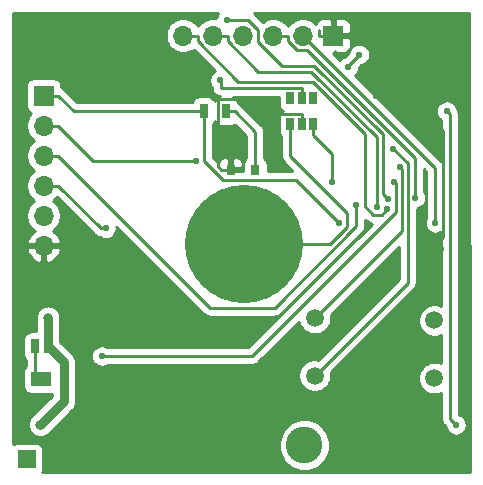
<source format=gbl>
G04 #@! TF.GenerationSoftware,KiCad,Pcbnew,5.1.7-a382d34a8~88~ubuntu18.04.1*
G04 #@! TF.CreationDate,2021-09-05T00:01:39+05:30*
G04 #@! TF.ProjectId,FrontEnd_HeavyDevice_v2,46726f6e-7445-46e6-945f-486561767944,rev?*
G04 #@! TF.SameCoordinates,Original*
G04 #@! TF.FileFunction,Copper,L2,Bot*
G04 #@! TF.FilePolarity,Positive*
%FSLAX46Y46*%
G04 Gerber Fmt 4.6, Leading zero omitted, Abs format (unit mm)*
G04 Created by KiCad (PCBNEW 5.1.7-a382d34a8~88~ubuntu18.04.1) date 2021-09-05 00:01:39*
%MOMM*%
%LPD*%
G01*
G04 APERTURE LIST*
G04 #@! TA.AperFunction,ComponentPad*
%ADD10C,3.100000*%
G04 #@! TD*
G04 #@! TA.AperFunction,SMDPad,CuDef*
%ADD11R,0.740000X1.250000*%
G04 #@! TD*
G04 #@! TA.AperFunction,SMDPad,CuDef*
%ADD12R,1.800000X1.250000*%
G04 #@! TD*
G04 #@! TA.AperFunction,ComponentPad*
%ADD13O,1.700000X1.700000*%
G04 #@! TD*
G04 #@! TA.AperFunction,ComponentPad*
%ADD14R,1.700000X1.700000*%
G04 #@! TD*
G04 #@! TA.AperFunction,SMDPad,CuDef*
%ADD15R,0.700000X1.300000*%
G04 #@! TD*
G04 #@! TA.AperFunction,SMDPad,CuDef*
%ADD16R,0.800000X0.900000*%
G04 #@! TD*
G04 #@! TA.AperFunction,ComponentPad*
%ADD17R,1.524000X1.524000*%
G04 #@! TD*
G04 #@! TA.AperFunction,SMDPad,CuDef*
%ADD18C,10.000000*%
G04 #@! TD*
G04 #@! TA.AperFunction,SMDPad,CuDef*
%ADD19R,0.650000X1.060000*%
G04 #@! TD*
G04 #@! TA.AperFunction,ComponentPad*
%ADD20C,1.500000*%
G04 #@! TD*
G04 #@! TA.AperFunction,ViaPad*
%ADD21C,0.550000*%
G04 #@! TD*
G04 #@! TA.AperFunction,ViaPad*
%ADD22C,0.800000*%
G04 #@! TD*
G04 #@! TA.AperFunction,Conductor*
%ADD23C,0.250000*%
G04 #@! TD*
G04 #@! TA.AperFunction,Conductor*
%ADD24C,0.800000*%
G04 #@! TD*
G04 #@! TA.AperFunction,Conductor*
%ADD25C,0.254000*%
G04 #@! TD*
G04 #@! TA.AperFunction,Conductor*
%ADD26C,0.150000*%
G04 #@! TD*
G04 APERTURE END LIST*
D10*
X120792240Y-116509800D03*
D11*
X97999140Y-108149800D03*
D12*
X98529140Y-110899800D03*
D11*
X99059140Y-108149800D03*
D13*
X98710000Y-99620000D03*
X98710000Y-97080000D03*
X98710000Y-94540000D03*
X98710000Y-92000000D03*
X98710000Y-89460000D03*
D14*
X98710000Y-86920000D03*
D13*
X110523000Y-81833700D03*
X113063000Y-81833700D03*
X115603000Y-81833700D03*
X118143000Y-81833700D03*
X120683000Y-81833700D03*
D14*
X123223000Y-81833700D03*
D15*
X114170000Y-88240000D03*
X112270000Y-88240000D03*
D16*
X114540000Y-93179900D03*
X116640000Y-93179900D03*
D17*
X97287100Y-117704000D03*
D18*
X115650000Y-99450000D03*
D19*
X121500000Y-89340000D03*
X120550000Y-89340000D03*
X119600000Y-89340000D03*
X119600000Y-87140000D03*
X121500000Y-87140000D03*
X120550000Y-87140000D03*
D20*
X131796000Y-105951000D03*
X131796000Y-110831000D03*
X121676000Y-110618000D03*
X121676000Y-105738000D03*
D21*
X107378700Y-82844000D03*
X132340000Y-99870000D03*
X126890000Y-86970000D03*
D22*
X98432620Y-114782600D03*
X99098100Y-105717340D03*
D21*
X113650000Y-85630000D03*
X103980800Y-98149900D03*
X124500000Y-84480000D03*
X125440000Y-83440000D03*
X132850000Y-88230000D03*
X133640000Y-114790000D03*
X128851800Y-92933100D03*
X128336500Y-91395100D03*
X127827200Y-96510600D03*
X126941600Y-96340700D03*
X130185200Y-95578500D03*
X131881100Y-97684700D03*
X123759300Y-97737200D03*
X125204000Y-96197100D03*
X111614300Y-92425800D03*
X127842000Y-95680600D03*
X114236496Y-80480004D03*
X128372300Y-94209800D03*
X103634500Y-108972300D03*
X123136400Y-94245100D03*
D23*
X121997700Y-81833700D02*
X121997700Y-81374200D01*
X108617700Y-82719100D02*
X113085800Y-87187200D01*
X113085800Y-87187200D02*
X113444600Y-87187200D01*
X108617700Y-82719100D02*
X108492800Y-82844000D01*
X108485940Y-82844000D02*
X107371840Y-82844000D01*
X114540000Y-93179900D02*
X113764700Y-93179900D01*
X113444600Y-87187200D02*
X113444600Y-92859800D01*
X113444600Y-92859800D02*
X113764700Y-93179900D01*
X120550000Y-88434700D02*
X116770900Y-88434700D01*
X116770900Y-88434700D02*
X115523400Y-87187200D01*
X115523400Y-87187200D02*
X113444600Y-87187200D01*
X123223000Y-81833700D02*
X121997700Y-81833700D01*
X120550000Y-89340000D02*
X120550000Y-88434700D01*
X126890000Y-86970000D02*
X129610000Y-86970000D01*
X132531101Y-89891101D02*
X132531101Y-98888899D01*
X129610000Y-86970000D02*
X132531101Y-89891101D01*
X132340000Y-99080000D02*
X132340000Y-99870000D01*
X132531101Y-98888899D02*
X132340000Y-99080000D01*
D24*
X99098100Y-108110840D02*
X99059140Y-108149800D01*
X99098100Y-105717340D02*
X99098100Y-108110840D01*
X100418900Y-112796320D02*
X98432620Y-114782600D01*
X99059140Y-108149800D02*
X100418900Y-109509560D01*
X100418900Y-109509560D02*
X100418900Y-112796320D01*
D23*
X120550000Y-87140000D02*
X120550000Y-86234700D01*
X99935300Y-94540000D02*
X103545200Y-98149900D01*
X103545200Y-98149900D02*
X103980800Y-98149900D01*
X98710000Y-94540000D02*
X99935300Y-94540000D01*
X124500000Y-84380000D02*
X125440000Y-83440000D01*
X124500000Y-84480000D02*
X124500000Y-84380000D01*
X113714700Y-86234700D02*
X113714700Y-85694700D01*
X113714700Y-85694700D02*
X113650000Y-85630000D01*
X120550000Y-86234700D02*
X113714700Y-86234700D01*
X133124999Y-88504999D02*
X133124999Y-113734999D01*
X132850000Y-88230000D02*
X133124999Y-88504999D01*
X133120000Y-113739998D02*
X133124999Y-113734999D01*
X133120000Y-114270000D02*
X133640000Y-114790000D01*
X133120000Y-113739998D02*
X133120000Y-114270000D01*
X121676000Y-105738000D02*
X129028000Y-98386000D01*
X129028000Y-98386000D02*
X129028000Y-93109300D01*
X129028000Y-93109300D02*
X128851800Y-92933100D01*
X121676000Y-110618000D02*
X129534900Y-102759100D01*
X129534900Y-102759100D02*
X129534900Y-92593500D01*
X129534900Y-92593500D02*
X128336500Y-91395100D01*
X111748300Y-81833700D02*
X111748300Y-82293200D01*
X111748300Y-82293200D02*
X115189300Y-85734200D01*
X115189300Y-85734200D02*
X121506800Y-85734200D01*
X121506800Y-85734200D02*
X125910600Y-90138000D01*
X125910600Y-90138000D02*
X125910600Y-96294100D01*
X125910600Y-96294100D02*
X126621600Y-97005100D01*
X126621600Y-97005100D02*
X127332700Y-97005100D01*
X127332700Y-97005100D02*
X127827200Y-96510600D01*
X110523000Y-81833700D02*
X111748300Y-81833700D01*
X114288300Y-81833700D02*
X114288300Y-82293200D01*
X114288300Y-82293200D02*
X116908100Y-84913000D01*
X116908100Y-84913000D02*
X121393300Y-84913000D01*
X121393300Y-84913000D02*
X126941500Y-90461200D01*
X126941500Y-90461200D02*
X126941500Y-96340700D01*
X126941500Y-96340700D02*
X126941600Y-96340700D01*
X113063000Y-81833700D02*
X114288300Y-81833700D01*
X118143000Y-81833700D02*
X119368300Y-81833700D01*
X119368300Y-81833700D02*
X119368300Y-82293300D01*
X119368300Y-82293300D02*
X120134000Y-83059000D01*
X120134000Y-83059000D02*
X121011100Y-83059000D01*
X121011100Y-83059000D02*
X130185200Y-92233100D01*
X130185200Y-92233100D02*
X130185200Y-95578500D01*
X131881100Y-97684700D02*
X131881100Y-93031800D01*
X131881100Y-93031800D02*
X120683000Y-81833700D01*
X112270000Y-88240000D02*
X101255300Y-88240000D01*
X101255300Y-88240000D02*
X99935300Y-86920000D01*
X98710000Y-86920000D02*
X99935300Y-86920000D01*
X112270000Y-88240000D02*
X112270000Y-92414000D01*
X112270000Y-92414000D02*
X113876900Y-94020900D01*
X113876900Y-94020900D02*
X120043000Y-94020900D01*
X120043000Y-94020900D02*
X123759300Y-97737200D01*
X125204000Y-96197100D02*
X125204000Y-97933000D01*
X125204000Y-97933000D02*
X118274400Y-104862600D01*
X118274400Y-104862600D02*
X112797900Y-104862600D01*
X112797900Y-104862600D02*
X99935300Y-92000000D01*
X98710000Y-92000000D02*
X99935300Y-92000000D01*
X99935300Y-89460000D02*
X102901100Y-92425800D01*
X102901100Y-92425800D02*
X111614300Y-92425800D01*
X98710000Y-89460000D02*
X99935300Y-89460000D01*
X127842000Y-95680600D02*
X127442800Y-95281400D01*
X127442800Y-95281400D02*
X127442800Y-90207800D01*
X116006504Y-80480004D02*
X114236496Y-80480004D01*
X127442800Y-90207800D02*
X121647600Y-84412600D01*
X118940000Y-84412600D02*
X116873000Y-82345600D01*
X116873000Y-81346500D02*
X116006504Y-80480004D01*
X116873000Y-82345600D02*
X116873000Y-81346500D01*
X121647600Y-84412600D02*
X118940000Y-84412600D01*
X103634500Y-108972300D02*
X116343300Y-108972300D01*
X116343300Y-108972300D02*
X128517400Y-96798200D01*
X128517400Y-96798200D02*
X128517400Y-94354900D01*
X128517400Y-94354900D02*
X128372300Y-94209800D01*
X121500000Y-90245300D02*
X123136400Y-91881700D01*
X123136400Y-91881700D02*
X123136400Y-94245100D01*
X121500000Y-89340000D02*
X121500000Y-90245300D01*
X119600000Y-89340000D02*
X119600000Y-92011800D01*
X119600000Y-92011800D02*
X124409700Y-96821500D01*
X124409700Y-96821500D02*
X124409700Y-98011400D01*
X124409700Y-98011400D02*
X122971100Y-99450000D01*
X122971100Y-99450000D02*
X115650000Y-99450000D01*
X114170000Y-88240000D02*
X114895300Y-88240000D01*
X116640000Y-93179900D02*
X116640000Y-89984700D01*
X116640000Y-89984700D02*
X114895300Y-88240000D01*
X97999140Y-110369800D02*
X98529140Y-110899800D01*
X97999140Y-108149800D02*
X97999140Y-110369800D01*
D25*
X113511412Y-79927212D02*
X113430065Y-80048957D01*
X113361467Y-80214567D01*
X113330009Y-80372719D01*
X113209260Y-80348700D01*
X112916740Y-80348700D01*
X112629842Y-80405768D01*
X112359589Y-80517710D01*
X112116368Y-80680225D01*
X111909525Y-80887068D01*
X111793000Y-81061460D01*
X111676475Y-80887068D01*
X111469632Y-80680225D01*
X111226411Y-80517710D01*
X110956158Y-80405768D01*
X110669260Y-80348700D01*
X110376740Y-80348700D01*
X110089842Y-80405768D01*
X109819589Y-80517710D01*
X109576368Y-80680225D01*
X109369525Y-80887068D01*
X109207010Y-81130289D01*
X109095068Y-81400542D01*
X109038000Y-81687440D01*
X109038000Y-81979960D01*
X109095068Y-82266858D01*
X109207010Y-82537111D01*
X109369525Y-82780332D01*
X109576368Y-82987175D01*
X109819589Y-83149690D01*
X110089842Y-83261632D01*
X110376740Y-83318700D01*
X110669260Y-83318700D01*
X110956158Y-83261632D01*
X111226411Y-83149690D01*
X111408393Y-83028094D01*
X113209910Y-84829611D01*
X113069909Y-84923157D01*
X112943157Y-85049909D01*
X112843569Y-85198953D01*
X112774971Y-85364563D01*
X112740000Y-85540373D01*
X112740000Y-85719627D01*
X112774971Y-85895437D01*
X112843569Y-86061047D01*
X112943157Y-86210091D01*
X112952524Y-86219458D01*
X112951023Y-86234700D01*
X112965697Y-86383686D01*
X113009154Y-86526947D01*
X113079726Y-86658976D01*
X113171673Y-86771014D01*
X113174699Y-86774701D01*
X113290424Y-86869674D01*
X113422453Y-86940246D01*
X113565714Y-86983703D01*
X113615138Y-86988571D01*
X113575820Y-87000498D01*
X113465506Y-87059463D01*
X113368815Y-87138815D01*
X113289463Y-87235506D01*
X113230498Y-87345820D01*
X113220000Y-87380427D01*
X113209502Y-87345820D01*
X113150537Y-87235506D01*
X113071185Y-87138815D01*
X112974494Y-87059463D01*
X112864180Y-87000498D01*
X112744482Y-86964188D01*
X112620000Y-86951928D01*
X111920000Y-86951928D01*
X111795518Y-86964188D01*
X111675820Y-87000498D01*
X111565506Y-87059463D01*
X111468815Y-87138815D01*
X111389463Y-87235506D01*
X111330498Y-87345820D01*
X111294188Y-87465518D01*
X111292762Y-87480000D01*
X101570102Y-87480000D01*
X100499104Y-86409003D01*
X100475301Y-86379999D01*
X100359576Y-86285026D01*
X100227547Y-86214454D01*
X100198072Y-86205513D01*
X100198072Y-86070000D01*
X100185812Y-85945518D01*
X100149502Y-85825820D01*
X100090537Y-85715506D01*
X100011185Y-85618815D01*
X99914494Y-85539463D01*
X99804180Y-85480498D01*
X99684482Y-85444188D01*
X99560000Y-85431928D01*
X97860000Y-85431928D01*
X97735518Y-85444188D01*
X97615820Y-85480498D01*
X97505506Y-85539463D01*
X97408815Y-85618815D01*
X97329463Y-85715506D01*
X97270498Y-85825820D01*
X97234188Y-85945518D01*
X97221928Y-86070000D01*
X97221928Y-87770000D01*
X97234188Y-87894482D01*
X97270498Y-88014180D01*
X97329463Y-88124494D01*
X97408815Y-88221185D01*
X97505506Y-88300537D01*
X97615820Y-88359502D01*
X97688380Y-88381513D01*
X97556525Y-88513368D01*
X97394010Y-88756589D01*
X97282068Y-89026842D01*
X97225000Y-89313740D01*
X97225000Y-89606260D01*
X97282068Y-89893158D01*
X97394010Y-90163411D01*
X97556525Y-90406632D01*
X97763368Y-90613475D01*
X97937760Y-90730000D01*
X97763368Y-90846525D01*
X97556525Y-91053368D01*
X97394010Y-91296589D01*
X97282068Y-91566842D01*
X97225000Y-91853740D01*
X97225000Y-92146260D01*
X97282068Y-92433158D01*
X97394010Y-92703411D01*
X97556525Y-92946632D01*
X97763368Y-93153475D01*
X97937760Y-93270000D01*
X97763368Y-93386525D01*
X97556525Y-93593368D01*
X97394010Y-93836589D01*
X97282068Y-94106842D01*
X97225000Y-94393740D01*
X97225000Y-94686260D01*
X97282068Y-94973158D01*
X97394010Y-95243411D01*
X97556525Y-95486632D01*
X97763368Y-95693475D01*
X97937760Y-95810000D01*
X97763368Y-95926525D01*
X97556525Y-96133368D01*
X97394010Y-96376589D01*
X97282068Y-96646842D01*
X97225000Y-96933740D01*
X97225000Y-97226260D01*
X97282068Y-97513158D01*
X97394010Y-97783411D01*
X97556525Y-98026632D01*
X97763368Y-98233475D01*
X97945534Y-98355195D01*
X97828645Y-98424822D01*
X97612412Y-98619731D01*
X97438359Y-98853080D01*
X97313175Y-99115901D01*
X97268524Y-99263110D01*
X97389845Y-99493000D01*
X98583000Y-99493000D01*
X98583000Y-99473000D01*
X98837000Y-99473000D01*
X98837000Y-99493000D01*
X100030155Y-99493000D01*
X100151476Y-99263110D01*
X100106825Y-99115901D01*
X99981641Y-98853080D01*
X99807588Y-98619731D01*
X99591355Y-98424822D01*
X99474466Y-98355195D01*
X99656632Y-98233475D01*
X99863475Y-98026632D01*
X100025990Y-97783411D01*
X100137932Y-97513158D01*
X100195000Y-97226260D01*
X100195000Y-96933740D01*
X100137932Y-96646842D01*
X100025990Y-96376589D01*
X99863475Y-96133368D01*
X99656632Y-95926525D01*
X99482240Y-95810000D01*
X99656632Y-95693475D01*
X99835303Y-95514804D01*
X102981401Y-98660903D01*
X103005199Y-98689901D01*
X103034197Y-98713699D01*
X103120924Y-98784874D01*
X103252953Y-98855446D01*
X103396214Y-98898903D01*
X103475492Y-98906711D01*
X103549753Y-98956331D01*
X103715363Y-99024929D01*
X103891173Y-99059900D01*
X104070427Y-99059900D01*
X104246237Y-99024929D01*
X104411847Y-98956331D01*
X104560891Y-98856743D01*
X104687643Y-98729991D01*
X104787231Y-98580947D01*
X104855829Y-98415337D01*
X104890800Y-98239527D01*
X104890800Y-98060273D01*
X104883358Y-98022859D01*
X112234101Y-105373603D01*
X112257899Y-105402601D01*
X112373624Y-105497574D01*
X112505653Y-105568146D01*
X112648914Y-105611603D01*
X112760567Y-105622600D01*
X112760576Y-105622600D01*
X112797899Y-105626276D01*
X112835222Y-105622600D01*
X118237078Y-105622600D01*
X118274400Y-105626276D01*
X118311722Y-105622600D01*
X118311733Y-105622600D01*
X118423386Y-105611603D01*
X118566647Y-105568146D01*
X118698676Y-105497574D01*
X118814401Y-105402601D01*
X118838204Y-105373597D01*
X125715003Y-98496799D01*
X125744001Y-98473001D01*
X125838974Y-98357276D01*
X125909546Y-98225247D01*
X125953003Y-98081986D01*
X125964000Y-97970333D01*
X125964000Y-97970324D01*
X125967676Y-97933001D01*
X125964000Y-97895678D01*
X125964000Y-97422302D01*
X126057801Y-97516102D01*
X126081599Y-97545101D01*
X126197324Y-97640074D01*
X126329353Y-97710646D01*
X126472614Y-97754103D01*
X126485433Y-97755366D01*
X116028499Y-108212300D01*
X104135036Y-108212300D01*
X104065547Y-108165869D01*
X103899937Y-108097271D01*
X103724127Y-108062300D01*
X103544873Y-108062300D01*
X103369063Y-108097271D01*
X103203453Y-108165869D01*
X103054409Y-108265457D01*
X102927657Y-108392209D01*
X102828069Y-108541253D01*
X102759471Y-108706863D01*
X102724500Y-108882673D01*
X102724500Y-109061927D01*
X102759471Y-109237737D01*
X102828069Y-109403347D01*
X102927657Y-109552391D01*
X103054409Y-109679143D01*
X103203453Y-109778731D01*
X103369063Y-109847329D01*
X103544873Y-109882300D01*
X103724127Y-109882300D01*
X103899937Y-109847329D01*
X104065547Y-109778731D01*
X104135036Y-109732300D01*
X116305978Y-109732300D01*
X116343300Y-109735976D01*
X116380622Y-109732300D01*
X116380633Y-109732300D01*
X116492286Y-109721303D01*
X116635547Y-109677846D01*
X116767576Y-109607274D01*
X116883301Y-109512301D01*
X116907104Y-109483297D01*
X120328329Y-106062073D01*
X120344225Y-106141989D01*
X120448629Y-106394043D01*
X120600201Y-106620886D01*
X120793114Y-106813799D01*
X121019957Y-106965371D01*
X121272011Y-107069775D01*
X121539589Y-107123000D01*
X121812411Y-107123000D01*
X122079989Y-107069775D01*
X122332043Y-106965371D01*
X122558886Y-106813799D01*
X122751799Y-106620886D01*
X122903371Y-106394043D01*
X123007775Y-106141989D01*
X123061000Y-105874411D01*
X123061000Y-105601589D01*
X123032167Y-105456635D01*
X128774900Y-99713902D01*
X128774900Y-102444298D01*
X121957365Y-109261833D01*
X121812411Y-109233000D01*
X121539589Y-109233000D01*
X121272011Y-109286225D01*
X121019957Y-109390629D01*
X120793114Y-109542201D01*
X120600201Y-109735114D01*
X120448629Y-109961957D01*
X120344225Y-110214011D01*
X120291000Y-110481589D01*
X120291000Y-110754411D01*
X120344225Y-111021989D01*
X120448629Y-111274043D01*
X120600201Y-111500886D01*
X120793114Y-111693799D01*
X121019957Y-111845371D01*
X121272011Y-111949775D01*
X121539589Y-112003000D01*
X121812411Y-112003000D01*
X122079989Y-111949775D01*
X122332043Y-111845371D01*
X122558886Y-111693799D01*
X122751799Y-111500886D01*
X122903371Y-111274043D01*
X123007775Y-111021989D01*
X123061000Y-110754411D01*
X123061000Y-110481589D01*
X123032167Y-110336635D01*
X130045904Y-103322898D01*
X130074901Y-103299101D01*
X130101232Y-103267017D01*
X130169874Y-103183377D01*
X130240446Y-103051347D01*
X130243250Y-103042103D01*
X130283903Y-102908086D01*
X130294900Y-102796433D01*
X130294900Y-102796423D01*
X130298576Y-102759100D01*
X130294900Y-102721777D01*
X130294900Y-96484507D01*
X130450637Y-96453529D01*
X130616247Y-96384931D01*
X130765291Y-96285343D01*
X130892043Y-96158591D01*
X130991631Y-96009547D01*
X131060229Y-95843937D01*
X131095200Y-95668127D01*
X131095200Y-95488873D01*
X131060229Y-95313063D01*
X130991631Y-95147453D01*
X130945200Y-95077964D01*
X130945200Y-93170702D01*
X131121101Y-93346603D01*
X131121100Y-97184164D01*
X131074669Y-97253653D01*
X131006071Y-97419263D01*
X130971100Y-97595073D01*
X130971100Y-97774327D01*
X131006071Y-97950137D01*
X131074669Y-98115747D01*
X131174257Y-98264791D01*
X131301009Y-98391543D01*
X131450053Y-98491131D01*
X131615663Y-98559729D01*
X131791473Y-98594700D01*
X131970727Y-98594700D01*
X132146537Y-98559729D01*
X132312147Y-98491131D01*
X132364999Y-98455816D01*
X132365000Y-104687575D01*
X132199989Y-104619225D01*
X131932411Y-104566000D01*
X131659589Y-104566000D01*
X131392011Y-104619225D01*
X131139957Y-104723629D01*
X130913114Y-104875201D01*
X130720201Y-105068114D01*
X130568629Y-105294957D01*
X130464225Y-105547011D01*
X130411000Y-105814589D01*
X130411000Y-106087411D01*
X130464225Y-106354989D01*
X130568629Y-106607043D01*
X130720201Y-106833886D01*
X130913114Y-107026799D01*
X131139957Y-107178371D01*
X131392011Y-107282775D01*
X131659589Y-107336000D01*
X131932411Y-107336000D01*
X132199989Y-107282775D01*
X132365000Y-107214425D01*
X132365000Y-109567575D01*
X132199989Y-109499225D01*
X131932411Y-109446000D01*
X131659589Y-109446000D01*
X131392011Y-109499225D01*
X131139957Y-109603629D01*
X130913114Y-109755201D01*
X130720201Y-109948114D01*
X130568629Y-110174957D01*
X130464225Y-110427011D01*
X130411000Y-110694589D01*
X130411000Y-110967411D01*
X130464225Y-111234989D01*
X130568629Y-111487043D01*
X130720201Y-111713886D01*
X130913114Y-111906799D01*
X131139957Y-112058371D01*
X131392011Y-112162775D01*
X131659589Y-112216000D01*
X131932411Y-112216000D01*
X132199989Y-112162775D01*
X132365000Y-112094425D01*
X132365000Y-113651901D01*
X132360000Y-113702666D01*
X132360000Y-113702676D01*
X132356324Y-113739998D01*
X132360000Y-113777320D01*
X132360000Y-114232678D01*
X132356324Y-114270000D01*
X132360000Y-114307322D01*
X132360000Y-114307333D01*
X132370997Y-114418986D01*
X132414454Y-114562247D01*
X132423786Y-114579705D01*
X132485026Y-114694276D01*
X132556201Y-114781002D01*
X132580000Y-114810001D01*
X132608998Y-114833799D01*
X132748666Y-114973467D01*
X132764971Y-115055437D01*
X132833569Y-115221047D01*
X132933157Y-115370091D01*
X133059909Y-115496843D01*
X133208953Y-115596431D01*
X133374563Y-115665029D01*
X133550373Y-115700000D01*
X133729627Y-115700000D01*
X133905437Y-115665029D01*
X134071047Y-115596431D01*
X134220091Y-115496843D01*
X134346843Y-115370091D01*
X134446431Y-115221047D01*
X134515029Y-115055437D01*
X134550000Y-114879627D01*
X134550000Y-114700373D01*
X134515029Y-114524563D01*
X134446431Y-114358953D01*
X134346843Y-114209909D01*
X134220091Y-114083157D01*
X134071047Y-113983569D01*
X133905437Y-113914971D01*
X133880000Y-113909911D01*
X133880000Y-113823087D01*
X133884999Y-113772332D01*
X133884999Y-113772324D01*
X133888675Y-113734999D01*
X133884999Y-113697674D01*
X133884999Y-88542321D01*
X133888675Y-88504998D01*
X133884999Y-88467675D01*
X133884999Y-88467666D01*
X133874002Y-88356013D01*
X133830545Y-88212752D01*
X133759973Y-88080723D01*
X133744348Y-88061683D01*
X133725029Y-87964563D01*
X133656431Y-87798953D01*
X133556843Y-87649909D01*
X133430091Y-87523157D01*
X133281047Y-87423569D01*
X133115437Y-87354971D01*
X132939627Y-87320000D01*
X132760373Y-87320000D01*
X132584563Y-87354971D01*
X132418953Y-87423569D01*
X132269909Y-87523157D01*
X132143157Y-87649909D01*
X132043569Y-87798953D01*
X131974971Y-87964563D01*
X131940000Y-88140373D01*
X131940000Y-88319627D01*
X131974971Y-88495437D01*
X132043569Y-88661047D01*
X132143157Y-88810091D01*
X132269909Y-88936843D01*
X132364999Y-89000380D01*
X132364999Y-92440897D01*
X125095518Y-85171416D01*
X125206843Y-85060091D01*
X125306431Y-84911047D01*
X125375029Y-84745437D01*
X125410000Y-84569627D01*
X125410000Y-84544801D01*
X125623468Y-84331334D01*
X125705437Y-84315029D01*
X125871047Y-84246431D01*
X126020091Y-84146843D01*
X126146843Y-84020091D01*
X126246431Y-83871047D01*
X126315029Y-83705437D01*
X126350000Y-83529627D01*
X126350000Y-83350373D01*
X126315029Y-83174563D01*
X126246431Y-83008953D01*
X126146843Y-82859909D01*
X126020091Y-82733157D01*
X125871047Y-82633569D01*
X125705437Y-82564971D01*
X125529627Y-82530000D01*
X125350373Y-82530000D01*
X125174563Y-82564971D01*
X125008953Y-82633569D01*
X124859909Y-82733157D01*
X124733157Y-82859909D01*
X124633569Y-83008953D01*
X124564971Y-83174563D01*
X124548666Y-83256532D01*
X124175949Y-83629250D01*
X124068953Y-83673569D01*
X123919909Y-83773157D01*
X123808584Y-83884482D01*
X123242802Y-83318700D01*
X123350002Y-83318700D01*
X123350002Y-83159952D01*
X123508750Y-83318700D01*
X124073000Y-83321772D01*
X124197482Y-83309512D01*
X124317180Y-83273202D01*
X124427494Y-83214237D01*
X124524185Y-83134885D01*
X124603537Y-83038194D01*
X124662502Y-82927880D01*
X124698812Y-82808182D01*
X124711072Y-82683700D01*
X124708000Y-82119450D01*
X124549250Y-81960700D01*
X123350000Y-81960700D01*
X123350000Y-81980700D01*
X123096000Y-81980700D01*
X123096000Y-81960700D01*
X123076000Y-81960700D01*
X123076000Y-81706700D01*
X123096000Y-81706700D01*
X123096000Y-80507450D01*
X123350000Y-80507450D01*
X123350000Y-81706700D01*
X124549250Y-81706700D01*
X124708000Y-81547950D01*
X124711072Y-80983700D01*
X124698812Y-80859218D01*
X124662502Y-80739520D01*
X124603537Y-80629206D01*
X124524185Y-80532515D01*
X124427494Y-80453163D01*
X124317180Y-80394198D01*
X124197482Y-80357888D01*
X124073000Y-80345628D01*
X123508750Y-80348700D01*
X123350000Y-80507450D01*
X123096000Y-80507450D01*
X122937250Y-80348700D01*
X122373000Y-80345628D01*
X122248518Y-80357888D01*
X122128820Y-80394198D01*
X122018506Y-80453163D01*
X121921815Y-80532515D01*
X121842463Y-80629206D01*
X121783498Y-80739520D01*
X121761487Y-80812080D01*
X121629632Y-80680225D01*
X121386411Y-80517710D01*
X121116158Y-80405768D01*
X120829260Y-80348700D01*
X120536740Y-80348700D01*
X120249842Y-80405768D01*
X119979589Y-80517710D01*
X119736368Y-80680225D01*
X119529525Y-80887068D01*
X119413000Y-81061460D01*
X119296475Y-80887068D01*
X119089632Y-80680225D01*
X118846411Y-80517710D01*
X118576158Y-80405768D01*
X118289260Y-80348700D01*
X117996740Y-80348700D01*
X117709842Y-80405768D01*
X117439589Y-80517710D01*
X117247417Y-80646115D01*
X116570307Y-79969006D01*
X116546505Y-79940003D01*
X116533806Y-79929581D01*
X134747313Y-79943861D01*
X134843205Y-118777954D01*
X98612483Y-118759044D01*
X98638602Y-118710180D01*
X98674912Y-118590482D01*
X98687172Y-118466000D01*
X98687172Y-116942000D01*
X98674912Y-116817518D01*
X98638602Y-116697820D01*
X98579637Y-116587506D01*
X98500285Y-116490815D01*
X98403594Y-116411463D01*
X98293280Y-116352498D01*
X98173582Y-116316188D01*
X98049100Y-116303928D01*
X96525100Y-116303928D01*
X96400618Y-116316188D01*
X96280920Y-116352498D01*
X96170606Y-116411463D01*
X96161837Y-116418660D01*
X96161709Y-116294596D01*
X118607240Y-116294596D01*
X118607240Y-116725004D01*
X118691209Y-117147141D01*
X118855918Y-117544785D01*
X119095040Y-117902656D01*
X119399384Y-118207000D01*
X119757255Y-118446122D01*
X120154899Y-118610831D01*
X120577036Y-118694800D01*
X121007444Y-118694800D01*
X121429581Y-118610831D01*
X121827225Y-118446122D01*
X122185096Y-118207000D01*
X122489440Y-117902656D01*
X122728562Y-117544785D01*
X122893271Y-117147141D01*
X122977240Y-116725004D01*
X122977240Y-116294596D01*
X122893271Y-115872459D01*
X122728562Y-115474815D01*
X122489440Y-115116944D01*
X122185096Y-114812600D01*
X121827225Y-114573478D01*
X121429581Y-114408769D01*
X121007444Y-114324800D01*
X120577036Y-114324800D01*
X120154899Y-114408769D01*
X119757255Y-114573478D01*
X119399384Y-114812600D01*
X119095040Y-115116944D01*
X118855918Y-115474815D01*
X118691209Y-115872459D01*
X118607240Y-116294596D01*
X96161709Y-116294596D01*
X96152593Y-107524800D01*
X96991068Y-107524800D01*
X96991068Y-108774800D01*
X97003328Y-108899282D01*
X97039638Y-109018980D01*
X97098603Y-109129294D01*
X97177955Y-109225985D01*
X97239141Y-109276198D01*
X97239141Y-109773401D01*
X97177955Y-109823615D01*
X97098603Y-109920306D01*
X97039638Y-110030620D01*
X97003328Y-110150318D01*
X96991068Y-110274800D01*
X96991068Y-111524800D01*
X97003328Y-111649282D01*
X97039638Y-111768980D01*
X97098603Y-111879294D01*
X97177955Y-111975985D01*
X97274646Y-112055337D01*
X97384960Y-112114302D01*
X97504658Y-112150612D01*
X97629140Y-112162872D01*
X99383901Y-112162872D01*
X99383901Y-112367608D01*
X97772849Y-113978661D01*
X97772846Y-113978663D01*
X97628683Y-114122826D01*
X97600291Y-114165317D01*
X97567886Y-114204803D01*
X97543807Y-114249852D01*
X97515415Y-114292344D01*
X97495856Y-114339564D01*
X97471780Y-114384607D01*
X97456955Y-114433478D01*
X97437394Y-114480702D01*
X97427423Y-114530832D01*
X97412597Y-114579705D01*
X97407591Y-114630533D01*
X97397620Y-114680661D01*
X97397620Y-114731772D01*
X97392614Y-114782600D01*
X97397620Y-114833428D01*
X97397620Y-114884539D01*
X97407591Y-114934667D01*
X97412597Y-114985495D01*
X97427423Y-115034368D01*
X97437394Y-115084498D01*
X97456955Y-115131722D01*
X97471780Y-115180593D01*
X97495856Y-115225636D01*
X97515415Y-115272856D01*
X97543807Y-115315348D01*
X97567886Y-115360397D01*
X97600292Y-115399884D01*
X97628683Y-115442374D01*
X97664817Y-115478508D01*
X97697224Y-115517996D01*
X97736712Y-115550403D01*
X97772846Y-115586537D01*
X97815336Y-115614928D01*
X97854823Y-115647334D01*
X97899872Y-115671413D01*
X97942364Y-115699805D01*
X97989584Y-115719364D01*
X98034627Y-115743440D01*
X98083498Y-115758265D01*
X98130722Y-115777826D01*
X98180852Y-115787797D01*
X98229725Y-115802623D01*
X98280553Y-115807629D01*
X98330681Y-115817600D01*
X98381792Y-115817600D01*
X98432620Y-115822606D01*
X98483448Y-115817600D01*
X98534559Y-115817600D01*
X98584687Y-115807629D01*
X98635515Y-115802623D01*
X98684388Y-115787797D01*
X98734518Y-115777826D01*
X98781742Y-115758265D01*
X98830613Y-115743440D01*
X98875656Y-115719364D01*
X98922876Y-115699805D01*
X98965368Y-115671413D01*
X99010417Y-115647334D01*
X99049903Y-115614929D01*
X99092394Y-115586537D01*
X99236557Y-115442374D01*
X99236559Y-115442371D01*
X101114808Y-113564123D01*
X101154296Y-113531716D01*
X101186703Y-113492228D01*
X101283634Y-113374118D01*
X101335004Y-113278011D01*
X101379741Y-113194313D01*
X101438924Y-112999215D01*
X101453900Y-112847158D01*
X101453900Y-112847149D01*
X101458906Y-112796321D01*
X101453900Y-112745493D01*
X101453900Y-109560387D01*
X101458906Y-109509559D01*
X101453900Y-109458731D01*
X101453900Y-109458722D01*
X101438924Y-109306665D01*
X101379741Y-109111567D01*
X101327876Y-109014534D01*
X101283634Y-108931762D01*
X101186703Y-108813652D01*
X101154296Y-108774164D01*
X101114808Y-108741757D01*
X100133100Y-107760050D01*
X100133100Y-105615401D01*
X100123131Y-105565283D01*
X100118124Y-105514445D01*
X100103296Y-105465563D01*
X100093326Y-105415442D01*
X100073769Y-105368227D01*
X100058941Y-105319347D01*
X100034862Y-105274298D01*
X100015305Y-105227084D01*
X99986914Y-105184594D01*
X99962834Y-105139543D01*
X99930428Y-105100056D01*
X99902037Y-105057566D01*
X99865903Y-105021432D01*
X99833496Y-104981944D01*
X99794008Y-104949537D01*
X99757874Y-104913403D01*
X99715384Y-104885012D01*
X99675897Y-104852606D01*
X99630847Y-104828526D01*
X99588356Y-104800135D01*
X99541139Y-104780577D01*
X99496092Y-104756499D01*
X99447216Y-104741672D01*
X99399998Y-104722114D01*
X99349874Y-104712144D01*
X99300994Y-104697316D01*
X99250158Y-104692309D01*
X99200039Y-104682340D01*
X99148938Y-104682340D01*
X99098100Y-104677333D01*
X99047262Y-104682340D01*
X98996161Y-104682340D01*
X98946043Y-104692309D01*
X98895205Y-104697316D01*
X98846323Y-104712144D01*
X98796202Y-104722114D01*
X98748987Y-104741671D01*
X98700107Y-104756499D01*
X98655058Y-104780578D01*
X98607844Y-104800135D01*
X98565354Y-104828526D01*
X98520303Y-104852606D01*
X98480816Y-104885012D01*
X98438326Y-104913403D01*
X98402192Y-104949537D01*
X98362704Y-104981944D01*
X98330297Y-105021432D01*
X98294163Y-105057566D01*
X98265772Y-105100056D01*
X98233366Y-105139543D01*
X98209286Y-105184593D01*
X98180895Y-105227084D01*
X98161337Y-105274301D01*
X98137259Y-105319348D01*
X98122432Y-105368224D01*
X98102874Y-105415442D01*
X98092904Y-105465566D01*
X98078076Y-105514446D01*
X98073069Y-105565282D01*
X98063100Y-105615401D01*
X98063100Y-106886728D01*
X97629140Y-106886728D01*
X97504658Y-106898988D01*
X97384960Y-106935298D01*
X97274646Y-106994263D01*
X97177955Y-107073615D01*
X97098603Y-107170306D01*
X97039638Y-107280620D01*
X97003328Y-107400318D01*
X96991068Y-107524800D01*
X96152593Y-107524800D01*
X96144748Y-99976890D01*
X97268524Y-99976890D01*
X97313175Y-100124099D01*
X97438359Y-100386920D01*
X97612412Y-100620269D01*
X97828645Y-100815178D01*
X98078748Y-100964157D01*
X98353109Y-101061481D01*
X98583000Y-100940814D01*
X98583000Y-99747000D01*
X98837000Y-99747000D01*
X98837000Y-100940814D01*
X99066891Y-101061481D01*
X99341252Y-100964157D01*
X99591355Y-100815178D01*
X99807588Y-100620269D01*
X99981641Y-100386920D01*
X100106825Y-100124099D01*
X100151476Y-99976890D01*
X100030155Y-99747000D01*
X98837000Y-99747000D01*
X98583000Y-99747000D01*
X97389845Y-99747000D01*
X97268524Y-99976890D01*
X96144748Y-99976890D01*
X96123892Y-79913580D01*
X113511412Y-79927212D01*
G04 #@! TA.AperFunction,Conductor*
D26*
G36*
X113511412Y-79927212D02*
G01*
X113430065Y-80048957D01*
X113361467Y-80214567D01*
X113330009Y-80372719D01*
X113209260Y-80348700D01*
X112916740Y-80348700D01*
X112629842Y-80405768D01*
X112359589Y-80517710D01*
X112116368Y-80680225D01*
X111909525Y-80887068D01*
X111793000Y-81061460D01*
X111676475Y-80887068D01*
X111469632Y-80680225D01*
X111226411Y-80517710D01*
X110956158Y-80405768D01*
X110669260Y-80348700D01*
X110376740Y-80348700D01*
X110089842Y-80405768D01*
X109819589Y-80517710D01*
X109576368Y-80680225D01*
X109369525Y-80887068D01*
X109207010Y-81130289D01*
X109095068Y-81400542D01*
X109038000Y-81687440D01*
X109038000Y-81979960D01*
X109095068Y-82266858D01*
X109207010Y-82537111D01*
X109369525Y-82780332D01*
X109576368Y-82987175D01*
X109819589Y-83149690D01*
X110089842Y-83261632D01*
X110376740Y-83318700D01*
X110669260Y-83318700D01*
X110956158Y-83261632D01*
X111226411Y-83149690D01*
X111408393Y-83028094D01*
X113209910Y-84829611D01*
X113069909Y-84923157D01*
X112943157Y-85049909D01*
X112843569Y-85198953D01*
X112774971Y-85364563D01*
X112740000Y-85540373D01*
X112740000Y-85719627D01*
X112774971Y-85895437D01*
X112843569Y-86061047D01*
X112943157Y-86210091D01*
X112952524Y-86219458D01*
X112951023Y-86234700D01*
X112965697Y-86383686D01*
X113009154Y-86526947D01*
X113079726Y-86658976D01*
X113171673Y-86771014D01*
X113174699Y-86774701D01*
X113290424Y-86869674D01*
X113422453Y-86940246D01*
X113565714Y-86983703D01*
X113615138Y-86988571D01*
X113575820Y-87000498D01*
X113465506Y-87059463D01*
X113368815Y-87138815D01*
X113289463Y-87235506D01*
X113230498Y-87345820D01*
X113220000Y-87380427D01*
X113209502Y-87345820D01*
X113150537Y-87235506D01*
X113071185Y-87138815D01*
X112974494Y-87059463D01*
X112864180Y-87000498D01*
X112744482Y-86964188D01*
X112620000Y-86951928D01*
X111920000Y-86951928D01*
X111795518Y-86964188D01*
X111675820Y-87000498D01*
X111565506Y-87059463D01*
X111468815Y-87138815D01*
X111389463Y-87235506D01*
X111330498Y-87345820D01*
X111294188Y-87465518D01*
X111292762Y-87480000D01*
X101570102Y-87480000D01*
X100499104Y-86409003D01*
X100475301Y-86379999D01*
X100359576Y-86285026D01*
X100227547Y-86214454D01*
X100198072Y-86205513D01*
X100198072Y-86070000D01*
X100185812Y-85945518D01*
X100149502Y-85825820D01*
X100090537Y-85715506D01*
X100011185Y-85618815D01*
X99914494Y-85539463D01*
X99804180Y-85480498D01*
X99684482Y-85444188D01*
X99560000Y-85431928D01*
X97860000Y-85431928D01*
X97735518Y-85444188D01*
X97615820Y-85480498D01*
X97505506Y-85539463D01*
X97408815Y-85618815D01*
X97329463Y-85715506D01*
X97270498Y-85825820D01*
X97234188Y-85945518D01*
X97221928Y-86070000D01*
X97221928Y-87770000D01*
X97234188Y-87894482D01*
X97270498Y-88014180D01*
X97329463Y-88124494D01*
X97408815Y-88221185D01*
X97505506Y-88300537D01*
X97615820Y-88359502D01*
X97688380Y-88381513D01*
X97556525Y-88513368D01*
X97394010Y-88756589D01*
X97282068Y-89026842D01*
X97225000Y-89313740D01*
X97225000Y-89606260D01*
X97282068Y-89893158D01*
X97394010Y-90163411D01*
X97556525Y-90406632D01*
X97763368Y-90613475D01*
X97937760Y-90730000D01*
X97763368Y-90846525D01*
X97556525Y-91053368D01*
X97394010Y-91296589D01*
X97282068Y-91566842D01*
X97225000Y-91853740D01*
X97225000Y-92146260D01*
X97282068Y-92433158D01*
X97394010Y-92703411D01*
X97556525Y-92946632D01*
X97763368Y-93153475D01*
X97937760Y-93270000D01*
X97763368Y-93386525D01*
X97556525Y-93593368D01*
X97394010Y-93836589D01*
X97282068Y-94106842D01*
X97225000Y-94393740D01*
X97225000Y-94686260D01*
X97282068Y-94973158D01*
X97394010Y-95243411D01*
X97556525Y-95486632D01*
X97763368Y-95693475D01*
X97937760Y-95810000D01*
X97763368Y-95926525D01*
X97556525Y-96133368D01*
X97394010Y-96376589D01*
X97282068Y-96646842D01*
X97225000Y-96933740D01*
X97225000Y-97226260D01*
X97282068Y-97513158D01*
X97394010Y-97783411D01*
X97556525Y-98026632D01*
X97763368Y-98233475D01*
X97945534Y-98355195D01*
X97828645Y-98424822D01*
X97612412Y-98619731D01*
X97438359Y-98853080D01*
X97313175Y-99115901D01*
X97268524Y-99263110D01*
X97389845Y-99493000D01*
X98583000Y-99493000D01*
X98583000Y-99473000D01*
X98837000Y-99473000D01*
X98837000Y-99493000D01*
X100030155Y-99493000D01*
X100151476Y-99263110D01*
X100106825Y-99115901D01*
X99981641Y-98853080D01*
X99807588Y-98619731D01*
X99591355Y-98424822D01*
X99474466Y-98355195D01*
X99656632Y-98233475D01*
X99863475Y-98026632D01*
X100025990Y-97783411D01*
X100137932Y-97513158D01*
X100195000Y-97226260D01*
X100195000Y-96933740D01*
X100137932Y-96646842D01*
X100025990Y-96376589D01*
X99863475Y-96133368D01*
X99656632Y-95926525D01*
X99482240Y-95810000D01*
X99656632Y-95693475D01*
X99835303Y-95514804D01*
X102981401Y-98660903D01*
X103005199Y-98689901D01*
X103034197Y-98713699D01*
X103120924Y-98784874D01*
X103252953Y-98855446D01*
X103396214Y-98898903D01*
X103475492Y-98906711D01*
X103549753Y-98956331D01*
X103715363Y-99024929D01*
X103891173Y-99059900D01*
X104070427Y-99059900D01*
X104246237Y-99024929D01*
X104411847Y-98956331D01*
X104560891Y-98856743D01*
X104687643Y-98729991D01*
X104787231Y-98580947D01*
X104855829Y-98415337D01*
X104890800Y-98239527D01*
X104890800Y-98060273D01*
X104883358Y-98022859D01*
X112234101Y-105373603D01*
X112257899Y-105402601D01*
X112373624Y-105497574D01*
X112505653Y-105568146D01*
X112648914Y-105611603D01*
X112760567Y-105622600D01*
X112760576Y-105622600D01*
X112797899Y-105626276D01*
X112835222Y-105622600D01*
X118237078Y-105622600D01*
X118274400Y-105626276D01*
X118311722Y-105622600D01*
X118311733Y-105622600D01*
X118423386Y-105611603D01*
X118566647Y-105568146D01*
X118698676Y-105497574D01*
X118814401Y-105402601D01*
X118838204Y-105373597D01*
X125715003Y-98496799D01*
X125744001Y-98473001D01*
X125838974Y-98357276D01*
X125909546Y-98225247D01*
X125953003Y-98081986D01*
X125964000Y-97970333D01*
X125964000Y-97970324D01*
X125967676Y-97933001D01*
X125964000Y-97895678D01*
X125964000Y-97422302D01*
X126057801Y-97516102D01*
X126081599Y-97545101D01*
X126197324Y-97640074D01*
X126329353Y-97710646D01*
X126472614Y-97754103D01*
X126485433Y-97755366D01*
X116028499Y-108212300D01*
X104135036Y-108212300D01*
X104065547Y-108165869D01*
X103899937Y-108097271D01*
X103724127Y-108062300D01*
X103544873Y-108062300D01*
X103369063Y-108097271D01*
X103203453Y-108165869D01*
X103054409Y-108265457D01*
X102927657Y-108392209D01*
X102828069Y-108541253D01*
X102759471Y-108706863D01*
X102724500Y-108882673D01*
X102724500Y-109061927D01*
X102759471Y-109237737D01*
X102828069Y-109403347D01*
X102927657Y-109552391D01*
X103054409Y-109679143D01*
X103203453Y-109778731D01*
X103369063Y-109847329D01*
X103544873Y-109882300D01*
X103724127Y-109882300D01*
X103899937Y-109847329D01*
X104065547Y-109778731D01*
X104135036Y-109732300D01*
X116305978Y-109732300D01*
X116343300Y-109735976D01*
X116380622Y-109732300D01*
X116380633Y-109732300D01*
X116492286Y-109721303D01*
X116635547Y-109677846D01*
X116767576Y-109607274D01*
X116883301Y-109512301D01*
X116907104Y-109483297D01*
X120328329Y-106062073D01*
X120344225Y-106141989D01*
X120448629Y-106394043D01*
X120600201Y-106620886D01*
X120793114Y-106813799D01*
X121019957Y-106965371D01*
X121272011Y-107069775D01*
X121539589Y-107123000D01*
X121812411Y-107123000D01*
X122079989Y-107069775D01*
X122332043Y-106965371D01*
X122558886Y-106813799D01*
X122751799Y-106620886D01*
X122903371Y-106394043D01*
X123007775Y-106141989D01*
X123061000Y-105874411D01*
X123061000Y-105601589D01*
X123032167Y-105456635D01*
X128774900Y-99713902D01*
X128774900Y-102444298D01*
X121957365Y-109261833D01*
X121812411Y-109233000D01*
X121539589Y-109233000D01*
X121272011Y-109286225D01*
X121019957Y-109390629D01*
X120793114Y-109542201D01*
X120600201Y-109735114D01*
X120448629Y-109961957D01*
X120344225Y-110214011D01*
X120291000Y-110481589D01*
X120291000Y-110754411D01*
X120344225Y-111021989D01*
X120448629Y-111274043D01*
X120600201Y-111500886D01*
X120793114Y-111693799D01*
X121019957Y-111845371D01*
X121272011Y-111949775D01*
X121539589Y-112003000D01*
X121812411Y-112003000D01*
X122079989Y-111949775D01*
X122332043Y-111845371D01*
X122558886Y-111693799D01*
X122751799Y-111500886D01*
X122903371Y-111274043D01*
X123007775Y-111021989D01*
X123061000Y-110754411D01*
X123061000Y-110481589D01*
X123032167Y-110336635D01*
X130045904Y-103322898D01*
X130074901Y-103299101D01*
X130101232Y-103267017D01*
X130169874Y-103183377D01*
X130240446Y-103051347D01*
X130243250Y-103042103D01*
X130283903Y-102908086D01*
X130294900Y-102796433D01*
X130294900Y-102796423D01*
X130298576Y-102759100D01*
X130294900Y-102721777D01*
X130294900Y-96484507D01*
X130450637Y-96453529D01*
X130616247Y-96384931D01*
X130765291Y-96285343D01*
X130892043Y-96158591D01*
X130991631Y-96009547D01*
X131060229Y-95843937D01*
X131095200Y-95668127D01*
X131095200Y-95488873D01*
X131060229Y-95313063D01*
X130991631Y-95147453D01*
X130945200Y-95077964D01*
X130945200Y-93170702D01*
X131121101Y-93346603D01*
X131121100Y-97184164D01*
X131074669Y-97253653D01*
X131006071Y-97419263D01*
X130971100Y-97595073D01*
X130971100Y-97774327D01*
X131006071Y-97950137D01*
X131074669Y-98115747D01*
X131174257Y-98264791D01*
X131301009Y-98391543D01*
X131450053Y-98491131D01*
X131615663Y-98559729D01*
X131791473Y-98594700D01*
X131970727Y-98594700D01*
X132146537Y-98559729D01*
X132312147Y-98491131D01*
X132364999Y-98455816D01*
X132365000Y-104687575D01*
X132199989Y-104619225D01*
X131932411Y-104566000D01*
X131659589Y-104566000D01*
X131392011Y-104619225D01*
X131139957Y-104723629D01*
X130913114Y-104875201D01*
X130720201Y-105068114D01*
X130568629Y-105294957D01*
X130464225Y-105547011D01*
X130411000Y-105814589D01*
X130411000Y-106087411D01*
X130464225Y-106354989D01*
X130568629Y-106607043D01*
X130720201Y-106833886D01*
X130913114Y-107026799D01*
X131139957Y-107178371D01*
X131392011Y-107282775D01*
X131659589Y-107336000D01*
X131932411Y-107336000D01*
X132199989Y-107282775D01*
X132365000Y-107214425D01*
X132365000Y-109567575D01*
X132199989Y-109499225D01*
X131932411Y-109446000D01*
X131659589Y-109446000D01*
X131392011Y-109499225D01*
X131139957Y-109603629D01*
X130913114Y-109755201D01*
X130720201Y-109948114D01*
X130568629Y-110174957D01*
X130464225Y-110427011D01*
X130411000Y-110694589D01*
X130411000Y-110967411D01*
X130464225Y-111234989D01*
X130568629Y-111487043D01*
X130720201Y-111713886D01*
X130913114Y-111906799D01*
X131139957Y-112058371D01*
X131392011Y-112162775D01*
X131659589Y-112216000D01*
X131932411Y-112216000D01*
X132199989Y-112162775D01*
X132365000Y-112094425D01*
X132365000Y-113651901D01*
X132360000Y-113702666D01*
X132360000Y-113702676D01*
X132356324Y-113739998D01*
X132360000Y-113777320D01*
X132360000Y-114232678D01*
X132356324Y-114270000D01*
X132360000Y-114307322D01*
X132360000Y-114307333D01*
X132370997Y-114418986D01*
X132414454Y-114562247D01*
X132423786Y-114579705D01*
X132485026Y-114694276D01*
X132556201Y-114781002D01*
X132580000Y-114810001D01*
X132608998Y-114833799D01*
X132748666Y-114973467D01*
X132764971Y-115055437D01*
X132833569Y-115221047D01*
X132933157Y-115370091D01*
X133059909Y-115496843D01*
X133208953Y-115596431D01*
X133374563Y-115665029D01*
X133550373Y-115700000D01*
X133729627Y-115700000D01*
X133905437Y-115665029D01*
X134071047Y-115596431D01*
X134220091Y-115496843D01*
X134346843Y-115370091D01*
X134446431Y-115221047D01*
X134515029Y-115055437D01*
X134550000Y-114879627D01*
X134550000Y-114700373D01*
X134515029Y-114524563D01*
X134446431Y-114358953D01*
X134346843Y-114209909D01*
X134220091Y-114083157D01*
X134071047Y-113983569D01*
X133905437Y-113914971D01*
X133880000Y-113909911D01*
X133880000Y-113823087D01*
X133884999Y-113772332D01*
X133884999Y-113772324D01*
X133888675Y-113734999D01*
X133884999Y-113697674D01*
X133884999Y-88542321D01*
X133888675Y-88504998D01*
X133884999Y-88467675D01*
X133884999Y-88467666D01*
X133874002Y-88356013D01*
X133830545Y-88212752D01*
X133759973Y-88080723D01*
X133744348Y-88061683D01*
X133725029Y-87964563D01*
X133656431Y-87798953D01*
X133556843Y-87649909D01*
X133430091Y-87523157D01*
X133281047Y-87423569D01*
X133115437Y-87354971D01*
X132939627Y-87320000D01*
X132760373Y-87320000D01*
X132584563Y-87354971D01*
X132418953Y-87423569D01*
X132269909Y-87523157D01*
X132143157Y-87649909D01*
X132043569Y-87798953D01*
X131974971Y-87964563D01*
X131940000Y-88140373D01*
X131940000Y-88319627D01*
X131974971Y-88495437D01*
X132043569Y-88661047D01*
X132143157Y-88810091D01*
X132269909Y-88936843D01*
X132364999Y-89000380D01*
X132364999Y-92440897D01*
X125095518Y-85171416D01*
X125206843Y-85060091D01*
X125306431Y-84911047D01*
X125375029Y-84745437D01*
X125410000Y-84569627D01*
X125410000Y-84544801D01*
X125623468Y-84331334D01*
X125705437Y-84315029D01*
X125871047Y-84246431D01*
X126020091Y-84146843D01*
X126146843Y-84020091D01*
X126246431Y-83871047D01*
X126315029Y-83705437D01*
X126350000Y-83529627D01*
X126350000Y-83350373D01*
X126315029Y-83174563D01*
X126246431Y-83008953D01*
X126146843Y-82859909D01*
X126020091Y-82733157D01*
X125871047Y-82633569D01*
X125705437Y-82564971D01*
X125529627Y-82530000D01*
X125350373Y-82530000D01*
X125174563Y-82564971D01*
X125008953Y-82633569D01*
X124859909Y-82733157D01*
X124733157Y-82859909D01*
X124633569Y-83008953D01*
X124564971Y-83174563D01*
X124548666Y-83256532D01*
X124175949Y-83629250D01*
X124068953Y-83673569D01*
X123919909Y-83773157D01*
X123808584Y-83884482D01*
X123242802Y-83318700D01*
X123350002Y-83318700D01*
X123350002Y-83159952D01*
X123508750Y-83318700D01*
X124073000Y-83321772D01*
X124197482Y-83309512D01*
X124317180Y-83273202D01*
X124427494Y-83214237D01*
X124524185Y-83134885D01*
X124603537Y-83038194D01*
X124662502Y-82927880D01*
X124698812Y-82808182D01*
X124711072Y-82683700D01*
X124708000Y-82119450D01*
X124549250Y-81960700D01*
X123350000Y-81960700D01*
X123350000Y-81980700D01*
X123096000Y-81980700D01*
X123096000Y-81960700D01*
X123076000Y-81960700D01*
X123076000Y-81706700D01*
X123096000Y-81706700D01*
X123096000Y-80507450D01*
X123350000Y-80507450D01*
X123350000Y-81706700D01*
X124549250Y-81706700D01*
X124708000Y-81547950D01*
X124711072Y-80983700D01*
X124698812Y-80859218D01*
X124662502Y-80739520D01*
X124603537Y-80629206D01*
X124524185Y-80532515D01*
X124427494Y-80453163D01*
X124317180Y-80394198D01*
X124197482Y-80357888D01*
X124073000Y-80345628D01*
X123508750Y-80348700D01*
X123350000Y-80507450D01*
X123096000Y-80507450D01*
X122937250Y-80348700D01*
X122373000Y-80345628D01*
X122248518Y-80357888D01*
X122128820Y-80394198D01*
X122018506Y-80453163D01*
X121921815Y-80532515D01*
X121842463Y-80629206D01*
X121783498Y-80739520D01*
X121761487Y-80812080D01*
X121629632Y-80680225D01*
X121386411Y-80517710D01*
X121116158Y-80405768D01*
X120829260Y-80348700D01*
X120536740Y-80348700D01*
X120249842Y-80405768D01*
X119979589Y-80517710D01*
X119736368Y-80680225D01*
X119529525Y-80887068D01*
X119413000Y-81061460D01*
X119296475Y-80887068D01*
X119089632Y-80680225D01*
X118846411Y-80517710D01*
X118576158Y-80405768D01*
X118289260Y-80348700D01*
X117996740Y-80348700D01*
X117709842Y-80405768D01*
X117439589Y-80517710D01*
X117247417Y-80646115D01*
X116570307Y-79969006D01*
X116546505Y-79940003D01*
X116533806Y-79929581D01*
X134747313Y-79943861D01*
X134843205Y-118777954D01*
X98612483Y-118759044D01*
X98638602Y-118710180D01*
X98674912Y-118590482D01*
X98687172Y-118466000D01*
X98687172Y-116942000D01*
X98674912Y-116817518D01*
X98638602Y-116697820D01*
X98579637Y-116587506D01*
X98500285Y-116490815D01*
X98403594Y-116411463D01*
X98293280Y-116352498D01*
X98173582Y-116316188D01*
X98049100Y-116303928D01*
X96525100Y-116303928D01*
X96400618Y-116316188D01*
X96280920Y-116352498D01*
X96170606Y-116411463D01*
X96161837Y-116418660D01*
X96161709Y-116294596D01*
X118607240Y-116294596D01*
X118607240Y-116725004D01*
X118691209Y-117147141D01*
X118855918Y-117544785D01*
X119095040Y-117902656D01*
X119399384Y-118207000D01*
X119757255Y-118446122D01*
X120154899Y-118610831D01*
X120577036Y-118694800D01*
X121007444Y-118694800D01*
X121429581Y-118610831D01*
X121827225Y-118446122D01*
X122185096Y-118207000D01*
X122489440Y-117902656D01*
X122728562Y-117544785D01*
X122893271Y-117147141D01*
X122977240Y-116725004D01*
X122977240Y-116294596D01*
X122893271Y-115872459D01*
X122728562Y-115474815D01*
X122489440Y-115116944D01*
X122185096Y-114812600D01*
X121827225Y-114573478D01*
X121429581Y-114408769D01*
X121007444Y-114324800D01*
X120577036Y-114324800D01*
X120154899Y-114408769D01*
X119757255Y-114573478D01*
X119399384Y-114812600D01*
X119095040Y-115116944D01*
X118855918Y-115474815D01*
X118691209Y-115872459D01*
X118607240Y-116294596D01*
X96161709Y-116294596D01*
X96152593Y-107524800D01*
X96991068Y-107524800D01*
X96991068Y-108774800D01*
X97003328Y-108899282D01*
X97039638Y-109018980D01*
X97098603Y-109129294D01*
X97177955Y-109225985D01*
X97239141Y-109276198D01*
X97239141Y-109773401D01*
X97177955Y-109823615D01*
X97098603Y-109920306D01*
X97039638Y-110030620D01*
X97003328Y-110150318D01*
X96991068Y-110274800D01*
X96991068Y-111524800D01*
X97003328Y-111649282D01*
X97039638Y-111768980D01*
X97098603Y-111879294D01*
X97177955Y-111975985D01*
X97274646Y-112055337D01*
X97384960Y-112114302D01*
X97504658Y-112150612D01*
X97629140Y-112162872D01*
X99383901Y-112162872D01*
X99383901Y-112367608D01*
X97772849Y-113978661D01*
X97772846Y-113978663D01*
X97628683Y-114122826D01*
X97600291Y-114165317D01*
X97567886Y-114204803D01*
X97543807Y-114249852D01*
X97515415Y-114292344D01*
X97495856Y-114339564D01*
X97471780Y-114384607D01*
X97456955Y-114433478D01*
X97437394Y-114480702D01*
X97427423Y-114530832D01*
X97412597Y-114579705D01*
X97407591Y-114630533D01*
X97397620Y-114680661D01*
X97397620Y-114731772D01*
X97392614Y-114782600D01*
X97397620Y-114833428D01*
X97397620Y-114884539D01*
X97407591Y-114934667D01*
X97412597Y-114985495D01*
X97427423Y-115034368D01*
X97437394Y-115084498D01*
X97456955Y-115131722D01*
X97471780Y-115180593D01*
X97495856Y-115225636D01*
X97515415Y-115272856D01*
X97543807Y-115315348D01*
X97567886Y-115360397D01*
X97600292Y-115399884D01*
X97628683Y-115442374D01*
X97664817Y-115478508D01*
X97697224Y-115517996D01*
X97736712Y-115550403D01*
X97772846Y-115586537D01*
X97815336Y-115614928D01*
X97854823Y-115647334D01*
X97899872Y-115671413D01*
X97942364Y-115699805D01*
X97989584Y-115719364D01*
X98034627Y-115743440D01*
X98083498Y-115758265D01*
X98130722Y-115777826D01*
X98180852Y-115787797D01*
X98229725Y-115802623D01*
X98280553Y-115807629D01*
X98330681Y-115817600D01*
X98381792Y-115817600D01*
X98432620Y-115822606D01*
X98483448Y-115817600D01*
X98534559Y-115817600D01*
X98584687Y-115807629D01*
X98635515Y-115802623D01*
X98684388Y-115787797D01*
X98734518Y-115777826D01*
X98781742Y-115758265D01*
X98830613Y-115743440D01*
X98875656Y-115719364D01*
X98922876Y-115699805D01*
X98965368Y-115671413D01*
X99010417Y-115647334D01*
X99049903Y-115614929D01*
X99092394Y-115586537D01*
X99236557Y-115442374D01*
X99236559Y-115442371D01*
X101114808Y-113564123D01*
X101154296Y-113531716D01*
X101186703Y-113492228D01*
X101283634Y-113374118D01*
X101335004Y-113278011D01*
X101379741Y-113194313D01*
X101438924Y-112999215D01*
X101453900Y-112847158D01*
X101453900Y-112847149D01*
X101458906Y-112796321D01*
X101453900Y-112745493D01*
X101453900Y-109560387D01*
X101458906Y-109509559D01*
X101453900Y-109458731D01*
X101453900Y-109458722D01*
X101438924Y-109306665D01*
X101379741Y-109111567D01*
X101327876Y-109014534D01*
X101283634Y-108931762D01*
X101186703Y-108813652D01*
X101154296Y-108774164D01*
X101114808Y-108741757D01*
X100133100Y-107760050D01*
X100133100Y-105615401D01*
X100123131Y-105565283D01*
X100118124Y-105514445D01*
X100103296Y-105465563D01*
X100093326Y-105415442D01*
X100073769Y-105368227D01*
X100058941Y-105319347D01*
X100034862Y-105274298D01*
X100015305Y-105227084D01*
X99986914Y-105184594D01*
X99962834Y-105139543D01*
X99930428Y-105100056D01*
X99902037Y-105057566D01*
X99865903Y-105021432D01*
X99833496Y-104981944D01*
X99794008Y-104949537D01*
X99757874Y-104913403D01*
X99715384Y-104885012D01*
X99675897Y-104852606D01*
X99630847Y-104828526D01*
X99588356Y-104800135D01*
X99541139Y-104780577D01*
X99496092Y-104756499D01*
X99447216Y-104741672D01*
X99399998Y-104722114D01*
X99349874Y-104712144D01*
X99300994Y-104697316D01*
X99250158Y-104692309D01*
X99200039Y-104682340D01*
X99148938Y-104682340D01*
X99098100Y-104677333D01*
X99047262Y-104682340D01*
X98996161Y-104682340D01*
X98946043Y-104692309D01*
X98895205Y-104697316D01*
X98846323Y-104712144D01*
X98796202Y-104722114D01*
X98748987Y-104741671D01*
X98700107Y-104756499D01*
X98655058Y-104780578D01*
X98607844Y-104800135D01*
X98565354Y-104828526D01*
X98520303Y-104852606D01*
X98480816Y-104885012D01*
X98438326Y-104913403D01*
X98402192Y-104949537D01*
X98362704Y-104981944D01*
X98330297Y-105021432D01*
X98294163Y-105057566D01*
X98265772Y-105100056D01*
X98233366Y-105139543D01*
X98209286Y-105184593D01*
X98180895Y-105227084D01*
X98161337Y-105274301D01*
X98137259Y-105319348D01*
X98122432Y-105368224D01*
X98102874Y-105415442D01*
X98092904Y-105465566D01*
X98078076Y-105514446D01*
X98073069Y-105565282D01*
X98063100Y-105615401D01*
X98063100Y-106886728D01*
X97629140Y-106886728D01*
X97504658Y-106898988D01*
X97384960Y-106935298D01*
X97274646Y-106994263D01*
X97177955Y-107073615D01*
X97098603Y-107170306D01*
X97039638Y-107280620D01*
X97003328Y-107400318D01*
X96991068Y-107524800D01*
X96152593Y-107524800D01*
X96144748Y-99976890D01*
X97268524Y-99976890D01*
X97313175Y-100124099D01*
X97438359Y-100386920D01*
X97612412Y-100620269D01*
X97828645Y-100815178D01*
X98078748Y-100964157D01*
X98353109Y-101061481D01*
X98583000Y-100940814D01*
X98583000Y-99747000D01*
X98837000Y-99747000D01*
X98837000Y-100940814D01*
X99066891Y-101061481D01*
X99341252Y-100964157D01*
X99591355Y-100815178D01*
X99807588Y-100620269D01*
X99981641Y-100386920D01*
X100106825Y-100124099D01*
X100151476Y-99976890D01*
X100030155Y-99747000D01*
X98837000Y-99747000D01*
X98583000Y-99747000D01*
X97389845Y-99747000D01*
X97268524Y-99976890D01*
X96144748Y-99976890D01*
X96123892Y-79913580D01*
X113511412Y-79927212D01*
G37*
G04 #@! TD.AperFunction*
D25*
X113230498Y-89134180D02*
X113289463Y-89244494D01*
X113368815Y-89341185D01*
X113465506Y-89420537D01*
X113575820Y-89479502D01*
X113695518Y-89515812D01*
X113820000Y-89528072D01*
X114520000Y-89528072D01*
X114644482Y-89515812D01*
X114764180Y-89479502D01*
X114874494Y-89420537D01*
X114943996Y-89363498D01*
X115880001Y-90299504D01*
X115880000Y-92203881D01*
X115788815Y-92278715D01*
X115709463Y-92375406D01*
X115650498Y-92485720D01*
X115614188Y-92605418D01*
X115601928Y-92729900D01*
X115601928Y-93260900D01*
X114393000Y-93260900D01*
X114393000Y-93052900D01*
X114413000Y-93052900D01*
X114413000Y-92253650D01*
X114667000Y-92253650D01*
X114667000Y-93052900D01*
X115416250Y-93052900D01*
X115575000Y-92894150D01*
X115578072Y-92729900D01*
X115565812Y-92605418D01*
X115529502Y-92485720D01*
X115470537Y-92375406D01*
X115391185Y-92278715D01*
X115294494Y-92199363D01*
X115184180Y-92140398D01*
X115064482Y-92104088D01*
X114940000Y-92091828D01*
X114825750Y-92094900D01*
X114667000Y-92253650D01*
X114413000Y-92253650D01*
X114254250Y-92094900D01*
X114140000Y-92091828D01*
X114015518Y-92104088D01*
X113895820Y-92140398D01*
X113785506Y-92199363D01*
X113688815Y-92278715D01*
X113609463Y-92375406D01*
X113550498Y-92485720D01*
X113519316Y-92588514D01*
X113030000Y-92099199D01*
X113030000Y-89374985D01*
X113071185Y-89341185D01*
X113150537Y-89244494D01*
X113209502Y-89134180D01*
X113220000Y-89099573D01*
X113230498Y-89134180D01*
G04 #@! TA.AperFunction,Conductor*
D26*
G36*
X113230498Y-89134180D02*
G01*
X113289463Y-89244494D01*
X113368815Y-89341185D01*
X113465506Y-89420537D01*
X113575820Y-89479502D01*
X113695518Y-89515812D01*
X113820000Y-89528072D01*
X114520000Y-89528072D01*
X114644482Y-89515812D01*
X114764180Y-89479502D01*
X114874494Y-89420537D01*
X114943996Y-89363498D01*
X115880001Y-90299504D01*
X115880000Y-92203881D01*
X115788815Y-92278715D01*
X115709463Y-92375406D01*
X115650498Y-92485720D01*
X115614188Y-92605418D01*
X115601928Y-92729900D01*
X115601928Y-93260900D01*
X114393000Y-93260900D01*
X114393000Y-93052900D01*
X114413000Y-93052900D01*
X114413000Y-92253650D01*
X114667000Y-92253650D01*
X114667000Y-93052900D01*
X115416250Y-93052900D01*
X115575000Y-92894150D01*
X115578072Y-92729900D01*
X115565812Y-92605418D01*
X115529502Y-92485720D01*
X115470537Y-92375406D01*
X115391185Y-92278715D01*
X115294494Y-92199363D01*
X115184180Y-92140398D01*
X115064482Y-92104088D01*
X114940000Y-92091828D01*
X114825750Y-92094900D01*
X114667000Y-92253650D01*
X114413000Y-92253650D01*
X114254250Y-92094900D01*
X114140000Y-92091828D01*
X114015518Y-92104088D01*
X113895820Y-92140398D01*
X113785506Y-92199363D01*
X113688815Y-92278715D01*
X113609463Y-92375406D01*
X113550498Y-92485720D01*
X113519316Y-92588514D01*
X113030000Y-92099199D01*
X113030000Y-89374985D01*
X113071185Y-89341185D01*
X113150537Y-89244494D01*
X113209502Y-89134180D01*
X113220000Y-89099573D01*
X113230498Y-89134180D01*
G37*
G04 #@! TD.AperFunction*
D25*
X118636928Y-87670000D02*
X118649188Y-87794482D01*
X118685498Y-87914180D01*
X118744463Y-88024494D01*
X118823815Y-88121185D01*
X118920506Y-88200537D01*
X118994335Y-88240000D01*
X118920506Y-88279463D01*
X118823815Y-88358815D01*
X118744463Y-88455506D01*
X118685498Y-88565820D01*
X118649188Y-88685518D01*
X118636928Y-88810000D01*
X118636928Y-89870000D01*
X118649188Y-89994482D01*
X118685498Y-90114180D01*
X118744463Y-90224494D01*
X118823815Y-90321185D01*
X118840000Y-90334468D01*
X118840001Y-91974468D01*
X118836324Y-92011800D01*
X118840001Y-92049133D01*
X118850998Y-92160786D01*
X118862700Y-92199363D01*
X118894454Y-92304046D01*
X118965026Y-92436076D01*
X119031172Y-92516674D01*
X119060000Y-92551801D01*
X119088998Y-92575599D01*
X119774299Y-93260900D01*
X117678072Y-93260900D01*
X117678072Y-92729900D01*
X117665812Y-92605418D01*
X117629502Y-92485720D01*
X117570537Y-92375406D01*
X117491185Y-92278715D01*
X117400000Y-92203882D01*
X117400000Y-90022022D01*
X117403676Y-89984699D01*
X117400000Y-89947376D01*
X117400000Y-89947367D01*
X117389003Y-89835714D01*
X117345546Y-89692453D01*
X117274974Y-89560424D01*
X117258011Y-89539754D01*
X117203799Y-89473696D01*
X117203795Y-89473692D01*
X117180001Y-89444699D01*
X117151008Y-89420905D01*
X115459103Y-87729002D01*
X115435301Y-87699999D01*
X115319576Y-87605026D01*
X115187547Y-87534454D01*
X115151525Y-87523527D01*
X115145812Y-87465518D01*
X115109502Y-87345820D01*
X115050537Y-87235506D01*
X114971185Y-87138815D01*
X114874494Y-87059463D01*
X114764180Y-87000498D01*
X114745067Y-86994700D01*
X118636928Y-86994700D01*
X118636928Y-87670000D01*
G04 #@! TA.AperFunction,Conductor*
D26*
G36*
X118636928Y-87670000D02*
G01*
X118649188Y-87794482D01*
X118685498Y-87914180D01*
X118744463Y-88024494D01*
X118823815Y-88121185D01*
X118920506Y-88200537D01*
X118994335Y-88240000D01*
X118920506Y-88279463D01*
X118823815Y-88358815D01*
X118744463Y-88455506D01*
X118685498Y-88565820D01*
X118649188Y-88685518D01*
X118636928Y-88810000D01*
X118636928Y-89870000D01*
X118649188Y-89994482D01*
X118685498Y-90114180D01*
X118744463Y-90224494D01*
X118823815Y-90321185D01*
X118840000Y-90334468D01*
X118840001Y-91974468D01*
X118836324Y-92011800D01*
X118840001Y-92049133D01*
X118850998Y-92160786D01*
X118862700Y-92199363D01*
X118894454Y-92304046D01*
X118965026Y-92436076D01*
X119031172Y-92516674D01*
X119060000Y-92551801D01*
X119088998Y-92575599D01*
X119774299Y-93260900D01*
X117678072Y-93260900D01*
X117678072Y-92729900D01*
X117665812Y-92605418D01*
X117629502Y-92485720D01*
X117570537Y-92375406D01*
X117491185Y-92278715D01*
X117400000Y-92203882D01*
X117400000Y-90022022D01*
X117403676Y-89984699D01*
X117400000Y-89947376D01*
X117400000Y-89947367D01*
X117389003Y-89835714D01*
X117345546Y-89692453D01*
X117274974Y-89560424D01*
X117258011Y-89539754D01*
X117203799Y-89473696D01*
X117203795Y-89473692D01*
X117180001Y-89444699D01*
X117151008Y-89420905D01*
X115459103Y-87729002D01*
X115435301Y-87699999D01*
X115319576Y-87605026D01*
X115187547Y-87534454D01*
X115151525Y-87523527D01*
X115145812Y-87465518D01*
X115109502Y-87345820D01*
X115050537Y-87235506D01*
X114971185Y-87138815D01*
X114874494Y-87059463D01*
X114764180Y-87000498D01*
X114745067Y-86994700D01*
X118636928Y-86994700D01*
X118636928Y-87670000D01*
G37*
G04 #@! TD.AperFunction*
M02*

</source>
